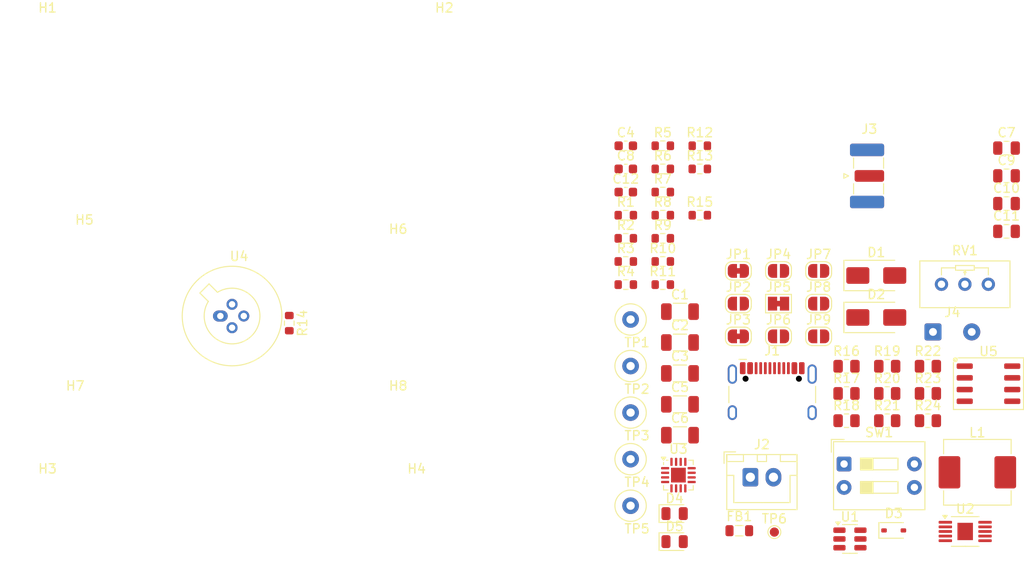
<source format=kicad_pcb>
(kicad_pcb
	(version 20241229)
	(generator "pcbnew")
	(generator_version "9.0")
	(general
		(thickness 1.6)
		(legacy_teardrops no)
	)
	(paper "A4")
	(layers
		(0 "F.Cu" signal)
		(4 "In1.Cu" power)
		(6 "In2.Cu" power)
		(2 "B.Cu" signal)
		(9 "F.Adhes" user "F.Adhesive")
		(11 "B.Adhes" user "B.Adhesive")
		(13 "F.Paste" user)
		(15 "B.Paste" user)
		(5 "F.SilkS" user "F.Silkscreen")
		(7 "B.SilkS" user "B.Silkscreen")
		(1 "F.Mask" user)
		(3 "B.Mask" user)
		(17 "Dwgs.User" user "User.Drawings")
		(19 "Cmts.User" user "User.Comments")
		(21 "Eco1.User" user "User.Eco1")
		(23 "Eco2.User" user "User.Eco2")
		(25 "Edge.Cuts" user)
		(27 "Margin" user)
		(31 "F.CrtYd" user "F.Courtyard")
		(29 "B.CrtYd" user "B.Courtyard")
		(35 "F.Fab" user)
		(33 "B.Fab" user)
		(39 "User.1" user)
		(41 "User.2" user)
		(43 "User.3" user)
		(45 "User.4" user)
	)
	(setup
		(stackup
			(layer "F.SilkS"
				(type "Top Silk Screen")
			)
			(layer "F.Paste"
				(type "Top Solder Paste")
			)
			(layer "F.Mask"
				(type "Top Solder Mask")
				(thickness 0.01)
			)
			(layer "F.Cu"
				(type "copper")
				(thickness 0.035)
			)
			(layer "dielectric 1"
				(type "prepreg")
				(thickness 0.1)
				(material "FR4")
				(epsilon_r 4.5)
				(loss_tangent 0.02)
			)
			(layer "In1.Cu"
				(type "copper")
				(thickness 0.035)
			)
			(layer "dielectric 2"
				(type "core")
				(thickness 1.24)
				(material "FR4")
				(epsilon_r 4.5)
				(loss_tangent 0.02)
			)
			(layer "In2.Cu"
				(type "copper")
				(thickness 0.035)
			)
			(layer "dielectric 3"
				(type "prepreg")
				(thickness 0.1)
				(material "FR4")
				(epsilon_r 4.5)
				(loss_tangent 0.02)
			)
			(layer "B.Cu"
				(type "copper")
				(thickness 0.035)
			)
			(layer "B.Mask"
				(type "Bottom Solder Mask")
				(thickness 0.01)
			)
			(layer "B.Paste"
				(type "Bottom Solder Paste")
			)
			(layer "B.SilkS"
				(type "Bottom Silk Screen")
			)
			(copper_finish "None")
			(dielectric_constraints no)
		)
		(pad_to_mask_clearance 0)
		(allow_soldermask_bridges_in_footprints no)
		(tenting front back)
		(pcbplotparams
			(layerselection 0x00000000_00000000_55555555_5755f5ff)
			(plot_on_all_layers_selection 0x00000000_00000000_00000000_00000000)
			(disableapertmacros no)
			(usegerberextensions no)
			(usegerberattributes yes)
			(usegerberadvancedattributes yes)
			(creategerberjobfile yes)
			(dashed_line_dash_ratio 12.000000)
			(dashed_line_gap_ratio 3.000000)
			(svgprecision 4)
			(plotframeref no)
			(mode 1)
			(useauxorigin no)
			(hpglpennumber 1)
			(hpglpenspeed 20)
			(hpglpendiameter 15.000000)
			(pdf_front_fp_property_popups yes)
			(pdf_back_fp_property_popups yes)
			(pdf_metadata yes)
			(pdf_single_document no)
			(dxfpolygonmode yes)
			(dxfimperialunits yes)
			(dxfusepcbnewfont yes)
			(psnegative no)
			(psa4output no)
			(plot_black_and_white yes)
			(sketchpadsonfab no)
			(plotpadnumbers no)
			(hidednponfab no)
			(sketchdnponfab yes)
			(crossoutdnponfab yes)
			(subtractmaskfromsilk no)
			(outputformat 1)
			(mirror no)
			(drillshape 1)
			(scaleselection 1)
			(outputdirectory "")
		)
	)
	(net 0 "")
	(net 1 "-BATT")
	(net 2 "VDD")
	(net 3 "Net-(D3-K)")
	(net 4 "+16V")
	(net 5 "Net-(U2-SET)")
	(net 6 "+15V")
	(net 7 "VCC")
	(net 8 "+BATT")
	(net 9 "Net-(C10-Pad1)")
	(net 10 "Net-(D1-A)")
	(net 11 "Net-(D2-A)")
	(net 12 "Net-(D3-A)")
	(net 13 "Net-(D4-A)")
	(net 14 "Net-(D5-A)")
	(net 15 "Net-(D5-K)")
	(net 16 "unconnected-(J1-D+-PadA6)")
	(net 17 "Net-(J1-CC1)")
	(net 18 "unconnected-(J1-D--PadB7)")
	(net 19 "unconnected-(J1-D+-PadB6)")
	(net 20 "unconnected-(J1-SBU1-PadA8)")
	(net 21 "Net-(J1-CC2)")
	(net 22 "unconnected-(J1-SBU2-PadB8)")
	(net 23 "unconnected-(J1-D--PadA7)")
	(net 24 "Net-(J3-In)")
	(net 25 "Net-(JP1-B)")
	(net 26 "Net-(JP1-A)")
	(net 27 "Net-(JP2-A)")
	(net 28 "Net-(JP3-A)")
	(net 29 "Net-(JP4-B)")
	(net 30 "Net-(JP5-B)")
	(net 31 "Net-(JP6-A)")
	(net 32 "Net-(JP7-A)")
	(net 33 "Net-(JP8-A)")
	(net 34 "Net-(JP9-A)")
	(net 35 "Net-(U1-FB)")
	(net 36 "Net-(U2-PGFB)")
	(net 37 "Net-(U3-ILIM)")
	(net 38 "/OUT")
	(net 39 "Net-(U3-TS)")
	(net 40 "Net-(U5-+)")
	(net 41 "Net-(U5--)")
	(net 42 "Net-(U3-EN1)")
	(net 43 "Net-(U3-EN2)")
	(net 44 "unconnected-(U1-OC-Pad6)")
	(net 45 "unconnected-(U3-~{PGOOD}-Pad7)")
	(net 46 "unconnected-(U3-ITERM-Pad15)")
	(net 47 "unconnected-(U5-OFF-Pad8)")
	(net 48 "unconnected-(U5-OFF-Pad1)")
	(net 49 "unconnected-(U5-NC-Pad5)")
	(footprint "Resistor_SMD:R_0805_2012Metric" (layer "F.Cu") (at 156.59 71.085))
	(footprint "Capacitor_SMD:C_1206_3216Metric" (layer "F.Cu") (at 138.54 69.305))
	(footprint "Resistor_SMD:R_0603_1608Metric" (layer "F.Cu") (at 136.68 46.285))
	(footprint "Package_DFN_QFN:VQFN-16-1EP_3x3mm_P0.5mm_EP1.6x1.6mm" (layer "F.Cu") (at 138.37 76.985))
	(footprint "LED_SMD:LED_0805_2012Metric" (layer "F.Cu") (at 137.96 81.16))
	(footprint "Jumper:SolderJumper-2_P1.3mm_Open_RoundedPad1.0x1.5mm" (layer "F.Cu") (at 153.57 54.835))
	(footprint "Resistor_SMD:R_0603_1608Metric" (layer "F.Cu") (at 136.68 53.815))
	(footprint "TestPoint:TestPoint_Loop_D2.60mm_Drill0.9mm_Beaded" (layer "F.Cu") (at 133.19 80.305))
	(footprint "Jumper:SolderJumper-2_P1.3mm_Bridged_Pad1.0x1.5mm" (layer "F.Cu") (at 149.22 58.385))
	(footprint "Resistor_SMD:R_0603_1608Metric" (layer "F.Cu") (at 136.68 41.265))
	(footprint "Diode_SMD:D_SMA" (layer "F.Cu") (at 159.815 59.885))
	(footprint "Inductor_SMD:L_APV_APH0630" (layer "F.Cu") (at 170.77 76.68))
	(footprint "Inductor_SMD:L_0805_2012Metric" (layer "F.Cu") (at 144.97 83.015))
	(footprint "Jumper:SolderJumper-2_P1.3mm_Open_RoundedPad1.0x1.5mm" (layer "F.Cu") (at 153.57 61.935))
	(footprint "Resistor_SMD:R_0603_1608Metric" (layer "F.Cu") (at 140.69 48.795))
	(footprint "Resistor_SMD:R_0603_1608Metric" (layer "F.Cu") (at 140.69 43.775))
	(footprint "MountingHole:MountingHole_3.2mm_M3_ISO14580" (layer "F.Cu") (at 113 30))
	(footprint "TestPoint:TestPoint_Loop_D2.60mm_Drill0.9mm_Beaded" (layer "F.Cu") (at 133.19 65.155))
	(footprint "Jumper:SolderJumper-2_P1.3mm_Bridged_RoundedPad1.0x1.5mm" (layer "F.Cu") (at 144.87 61.935))
	(footprint "Capacitor_SMD:C_1206_3216Metric" (layer "F.Cu") (at 138.54 59.255))
	(footprint "Resistor_SMD:R_0603_1608Metric" (layer "F.Cu") (at 136.68 56.325))
	(footprint "TestPoint:TestPoint_Pad_D1.0mm" (layer "F.Cu") (at 148.77 83.165))
	(footprint "Package_TO_SOT_THT:Analog_TO-46-4_ThermalShield" (layer "F.Cu") (at 88.73 59.73))
	(footprint "Jumper:SolderJumper-2_P1.3mm_Open_RoundedPad1.0x1.5mm" (layer "F.Cu") (at 149.22 54.835))
	(footprint "Resistor_SMD:R_0805_2012Metric" (layer "F.Cu") (at 165.41 71.085))
	(footprint "Jumper:SolderJumper-2_P1.3mm_Bridged_RoundedPad1.0x1.5mm" (layer "F.Cu") (at 144.87 54.835))
	(footprint "Resistor_SMD:R_0805_2012Metric" (layer "F.Cu") (at 156.59 65.185))
	(footprint "Capacitor_SMD:C_1206_3216Metric" (layer "F.Cu") (at 138.54 65.955))
	(footprint "MountingHole:MountingHole_3.2mm_M3_ISO14580" (layer "F.Cu") (at 110 80))
	(footprint "Resistor_SMD:R_0805_2012Metric" (layer "F.Cu") (at 156.59 68.135))
	(footprint "Package_SO:MSOP-10-1EP_3x3mm_P0.5mm_EP1.68x1.88mm" (layer "F.Cu") (at 169.45 83.1))
	(footprint "Resistor_SMD:R_0805_2012Metric" (layer "F.Cu") (at 165.41 68.135))
	(footprint "MountingHole:MountingHole_2.2mm_M2_ISO7380" (layer "F.Cu") (at 74 52))
	(footprint "Capacitor_SMD:C_0603_1608Metric" (layer "F.Cu") (at 132.67 46.285))
	(footprint "Connector_Coaxial:SMA_Samtec_SMA-J-P-H-ST-EM1_EdgeMount" (layer "F.Cu") (at 159.065 44.535))
	(footprint "Connector_USB:USB_C_Receptacle_HCTL_HC-TYPE-C-16P-01A" (layer "F.Cu") (at 148.54 69.135))
	(footprint "Resistor_SMD:R_0805_2012Metric" (layer "F.Cu") (at 161 71.085))
	(footprint "MountingHole:MountingHole_2.2mm_M2_ISO7380" (layer "F.Cu") (at 73 70))
	(footprint "TestPoint:TestPoint_Loop_D2.60mm_Drill0.9mm_Beaded" (layer "F.Cu") (at 133.19 75.255))
	(footprint "Resistor_SMD:R_0603_1608Metric" (layer "F.Cu") (at 136.68 43.775))
	(footprint "Capacitor_SMD:C_0603_1608Metric" (layer "F.Cu") (at 132.67 43.775))
	(footprint "Resistor_SMD:R_0603_1608Metric" (layer "F.Cu") (at 96.2 60.5 -90))
	(footprint "Connector_Wire:SolderWire-0.25sqmm_1x02_P4.2mm_D0.65mm_OD1.7mm" (layer "F.Cu") (at 165.96 61.455))
	(footprint "Capacitor_SMD:C_0805_2012Metric"
		(layer "F.Cu")
		(uuid "8f761541-9eab-4274-83ee-48a841405a45")
		(at 173.93 50.545)
		(descr "Capacitor SMD 0805 (2012 Metric), square (rectangular) end terminal, IPC-7351 nominal, (Body size source: IPC-SM-782 page 76, https://www.pcb-3d.com/wordpress/wp-content/uploads/ipc-sm-782a_amendment_1_and_2.pdf, https://docs.google.com/spreadsheets/d/1BsfQQcO9C6DZCsRaXUlFlo91Tg2WpOkGARC1WS5S8t0/edit?usp=sharing), generated with kicad-footprint-generator")
		(tags "capacitor")
		(property "Reference" "C11"
			(at 0 -1.68 0)
			(layer "F.SilkS")
			(uuid "f9581744-abfe-420c-ba88-43febd65dfb6")
			(effects
				(font
					(size 1 1)
					(thickness 0.15)
				)
			)
		)
		(property "Value" "1u"
			(at 0 1.68 0)
			(layer "F.Fab")
			(uuid "fa72eda3-dcc8-4d32-afe8-4933c1995b68")
			(effects
				(font
					(size 1 1)
					(thickness 0.15)
				)
			)
		)
		(property "Datasheet" ""
			(at 0 0 0)
			(layer "F.Fab")
			(hide yes)
			(uuid "58780c16-ceaf-4d2d-addf-d346c90ef480")
			(effects
				(font
					(size 1.27 1.27)
					(thickness 0.15)
				)
			)
		)
		(property "Description" "Unpolarized capacitor, small symbol"
			(at 0 0 0)
			(layer "F.Fab")
			(hide yes)
			(uuid "1eb90dc1-3b0c-4cb2-a050-df73d8f1bbc1")
			(effects
				(font
					(size 1.27 1.27)
					(thickness 0.15)
				)
			)
		)
		(p
... [151339 chars truncated]
</source>
